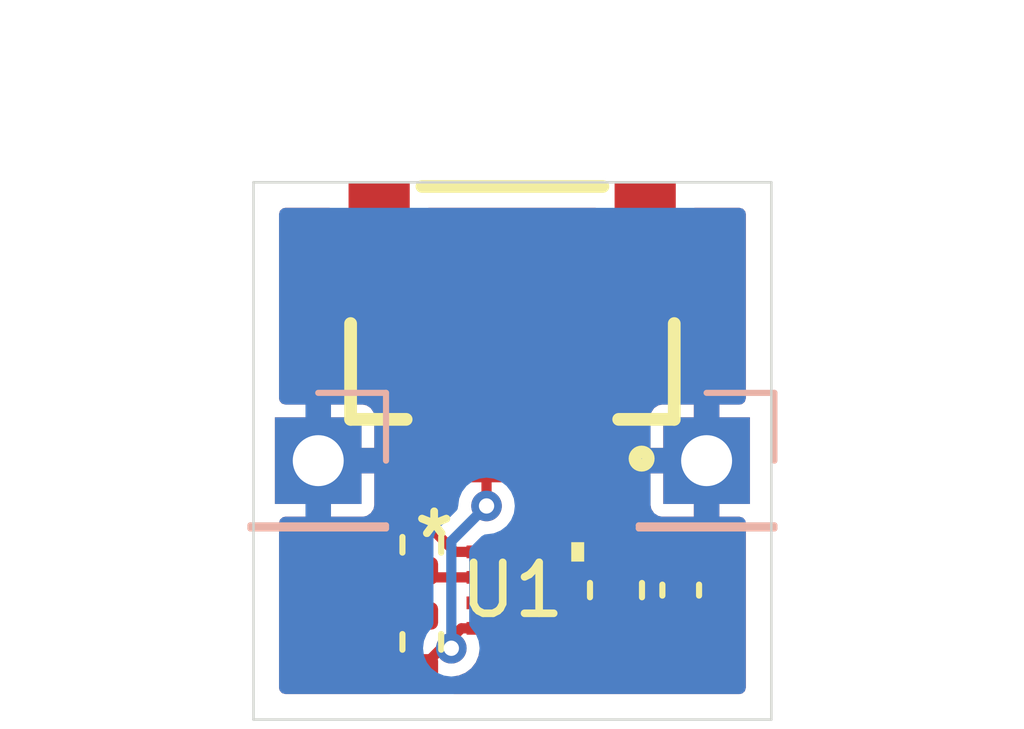
<source format=kicad_pcb>
(kicad_pcb (version 20240108) (generator "pcbnew") (generator_version "8.0")
  (layers (0 "F.Cu" signal) (31 "B.Cu" signal) (34 "B.Paste" user) (35 "F.Paste" user) (36 "B.SilkS" user "B.Silkscreen") (37 "F.SilkS" user "F.Silkscreen") (38 "B.Mask" user) (39 "F.Mask" user) (44 "Edge.Cuts" user))
  (net 0 "")
  (net 1 "VDD")
  (net 2 "GND")
  (net 3 "/SDA")
  (net 4 "/SCL")
  (footprint "Resistor_SMD:R_0402_1005Metric" (layer "F.Cu") (at 87.122 62.611 90)
    (property "Reference" "R1" (hide yes))
    (property "Value" "2.2k")
    (fp_line (start -0.153641 -0.38) (end 0.153641 -0.38) (stroke (width 0.12)) (layer "F.SilkS"))
    (fp_line (start -0.153641 0.38) (end 0.153641 0.38) (stroke (width 0.12)) (layer "F.SilkS"))
    (pad "1" smd roundrect (at -0.51 0 90) (size 0.54 0.64) (layers "F.Cu" "F.Paste" "F.Mask") (net 1 "VDD"))
    (pad "2" smd roundrect (at 0.51 0 90) (size 0.54 0.64) (layers "F.Cu" "F.Paste" "F.Mask") (net 4 "/SCL"))
  )
  (footprint "LIS2DH12TR:LGA-12_STM" (layer "F.Cu") (at 88.9 63.5)
    (property "Reference" "U1" (at 0 0 0) (layer "F.SilkS"))
    (property "Value" "LIS2DH12TR")
    (fp_poly (pts (xy 1.408001 -0.940501) (xy 1.408001 -0.559501) (xy 1.154001 -0.559501) (xy 1.154001 -0.940501)) (fill solid) (layer "F.SilkS"))
    (fp_text user "*" (at -1.535 -1 0) (layer "F.SilkS"))
    (fp_text user "*" (at -1.535 -1 0) (layer "F.SilkS"))
    (pad "1" smd rect (at -0.7625 -0.750001 90) (size 0.25 0.275) (layers "F.Cu" "F.Paste" "F.Mask") (net 4 "/SCL"))
    (pad "2" smd rect (at -0.7625 -0.25 90) (size 0.25 0.275) (layers "F.Cu" "F.Paste" "F.Mask") (net 1 "VDD"))
    (pad "3" smd rect (at -0.7625 0.25 90) (size 0.25 0.275) (layers "F.Cu" "F.Paste" "F.Mask"))
    (pad "4" smd rect (at -0.7625 0.750001 90) (size 0.25 0.275) (layers "F.Cu" "F.Paste" "F.Mask") (net 3 "/SDA"))
    (pad "5" smd rect (at -0.25 0.7625) (size 0.25 0.275) (layers "F.Cu" "F.Paste" "F.Mask") (net 2 "GND"))
    (pad "6" smd rect (at 0.25 0.7625) (size 0.25 0.275) (layers "F.Cu" "F.Paste" "F.Mask") (net 2 "GND"))
    (pad "7" smd rect (at 0.7625 0.750001 90) (size 0.25 0.275) (layers "F.Cu" "F.Paste" "F.Mask") (net 2 "GND"))
    (pad "8" smd rect (at 0.7625 0.25 90) (size 0.25 0.275) (layers "F.Cu" "F.Paste" "F.Mask") (net 2 "GND"))
    (pad "9" smd rect (at 0.7625 -0.25 90) (size 0.25 0.275) (layers "F.Cu" "F.Paste" "F.Mask") (net 1 "VDD"))
    (pad "10" smd rect (at 0.7625 -0.750001 90) (size 0.25 0.275) (layers "F.Cu" "F.Paste" "F.Mask") (net 1 "VDD"))
    (pad "11" smd rect (at 0.25 -0.7625) (size 0.25 0.275) (layers "F.Cu" "F.Paste" "F.Mask"))
    (pad "12" smd rect (at -0.25 -0.7625) (size 0.25 0.275) (layers "F.Cu" "F.Paste" "F.Mask"))
  )
  (footprint "qwiic:CONN-SMD_AFC10-S04QCA-00" (layer "F.Cu") (at 88.895 58.64 180)
    (property "Reference" "CN1" (hide yes))
    (property "Value" "AFC10-S04QCA-00")
    (fp_line (start 3.17 -1.51) (end 3.17 0.37) (stroke (width 0.25)) (layer "F.SilkS"))
    (fp_line (start 2.08 -1.51) (end 3.17 -1.51) (stroke (width 0.25)) (layer "F.SilkS"))
    (fp_line (start -1.78 3.06) (end 1.77 3.06) (stroke (width 0.25)) (layer "F.SilkS"))
    (fp_line (start -3.18 0.37) (end -3.18 -1.51) (stroke (width 0.25)) (layer "F.SilkS"))
    (fp_line (start -3.18 -1.51) (end -2.09 -1.51) (stroke (width 0.25)) (layer "F.SilkS"))
    (fp_circle (center -2.54 -2.28) (end -2.41 -2.28) (stroke (width 0.25)) (fill none) (layer "F.SilkS"))
    (pad "1" smd rect (at -1.5 -1.87 180) (size 0.7 1.75) (layers "F.Cu" "F.Paste" "F.Mask") (net 2 "GND"))
    (pad "2" smd rect (at -0.5 -1.87 180) (size 0.7 1.75) (layers "F.Cu" "F.Paste" "F.Mask") (net 1 "VDD"))
    (pad "3" smd rect (at 0.5 -1.87 180) (size 0.7 1.75) (layers "F.Cu" "F.Paste" "F.Mask") (net 3 "/SDA"))
    (pad "4" smd rect (at 1.5 -1.87 180) (size 0.7 1.75) (layers "F.Cu" "F.Paste" "F.Mask") (net 4 "/SCL"))
    (pad "5" smd rect (at -2.61 1.87 180) (size 1.2 2.55) (layers "F.Cu" "F.Paste" "F.Mask") (net 2 "GND"))
    (pad "6" smd rect (at 2.61 1.87 180) (size 1.2 2.55) (layers "F.Cu" "F.Paste" "F.Mask") (net 2 "GND"))
  )
  (footprint "Capacitor_SMD:C_0603_1608Metric" (layer "F.Cu") (at 90.932 63.5 -90)
    (property "Reference" "C1" (hide yes))
    (property "Value" "10u")
    (fp_line (start -0.14058 0.51) (end 0.14058 0.51) (stroke (width 0.12)) (layer "F.SilkS"))
    (fp_line (start -0.14058 -0.51) (end 0.14058 -0.51) (stroke (width 0.12)) (layer "F.SilkS"))
    (pad "1" smd roundrect (at -0.775 0 270) (size 0.9 0.95) (layers "F.Cu" "F.Paste" "F.Mask") (net 1 "VDD"))
    (pad "2" smd roundrect (at 0.775 0 270) (size 0.9 0.95) (layers "F.Cu" "F.Paste" "F.Mask") (net 2 "GND"))
  )
  (footprint "Resistor_SMD:R_0402_1005Metric" (layer "F.Cu") (at 87.122 64.516 -90)
    (property "Reference" "R2" (hide yes))
    (property "Value" "2.2k")
    (fp_line (start -0.153641 0.38) (end 0.153641 0.38) (stroke (width 0.12)) (layer "F.SilkS"))
    (fp_line (start -0.153641 -0.38) (end 0.153641 -0.38) (stroke (width 0.12)) (layer "F.SilkS"))
    (pad "1" smd roundrect (at -0.51 0 270) (size 0.54 0.64) (layers "F.Cu" "F.Paste" "F.Mask") (net 1 "VDD"))
    (pad "2" smd roundrect (at 0.51 0 270) (size 0.54 0.64) (layers "F.Cu" "F.Paste" "F.Mask") (net 3 "/SDA"))
  )
  (footprint "Capacitor_SMD:C_0402_1005Metric" (layer "F.Cu") (at 92.202 63.5 -90)
    (property "Reference" "C2" (hide yes))
    (property "Value" "100n")
    (fp_line (start -0.107836 0.36) (end 0.107836 0.36) (stroke (width 0.12)) (layer "F.SilkS"))
    (fp_line (start -0.107836 -0.36) (end 0.107836 -0.36) (stroke (width 0.12)) (layer "F.SilkS"))
    (pad "1" smd roundrect (at -0.48 0 270) (size 0.56 0.62) (layers "F.Cu" "F.Paste" "F.Mask") (net 1 "VDD"))
    (pad "2" smd roundrect (at 0.48 0 270) (size 0.56 0.62) (layers "F.Cu" "F.Paste" "F.Mask") (net 2 "GND"))
  )
  (footprint "Connector_PinHeader_2.54mm:PinHeader_1x01_P2.54mm_Vertical" (layer "B.Cu") (at 92.71 60.96 180)
    (property "Reference" "J2" (hide yes))
    (property "Value" "Conn_01x01_Pin")
    (fp_line (start 1.33 -1.27) (end -1.33 -1.27) (stroke (width 0.12)) (layer "B.SilkS"))
    (fp_line (start 1.33 -1.33) (end 1.33 -1.27) (stroke (width 0.12)) (layer "B.SilkS"))
    (fp_line (start 1.33 -1.33) (end -1.33 -1.33) (stroke (width 0.12)) (layer "B.SilkS"))
    (fp_line (start 0 1.33) (end -1.33 1.33) (stroke (width 0.12)) (layer "B.SilkS"))
    (fp_line (start -1.33 1.33) (end -1.33 0) (stroke (width 0.12)) (layer "B.SilkS"))
    (fp_line (start -1.33 -1.33) (end -1.33 -1.27) (stroke (width 0.12)) (layer "B.SilkS"))
    (pad "1" thru_hole rect (at 0 0 180) (size 1.7 1.7) (drill 1) (layers "*.Cu" "*.Mask") (net 2 "GND"))
  )
  (footprint "Connector_PinHeader_2.54mm:PinHeader_1x01_P2.54mm_Vertical" (layer "B.Cu") (at 85.09 60.96 180)
    (property "Reference" "J1" (hide yes))
    (property "Value" "Conn_01x01_Pin")
    (fp_line (start 1.33 -1.27) (end -1.33 -1.27) (stroke (width 0.12)) (layer "B.SilkS"))
    (fp_line (start 1.33 -1.33) (end 1.33 -1.27) (stroke (width 0.12)) (layer "B.SilkS"))
    (fp_line (start 1.33 -1.33) (end -1.33 -1.33) (stroke (width 0.12)) (layer "B.SilkS"))
    (fp_line (start 0 1.33) (end -1.33 1.33) (stroke (width 0.12)) (layer "B.SilkS"))
    (fp_line (start -1.33 1.33) (end -1.33 0) (stroke (width 0.12)) (layer "B.SilkS"))
    (fp_line (start -1.33 -1.33) (end -1.33 -1.27) (stroke (width 0.12)) (layer "B.SilkS"))
    (pad "1" thru_hole rect (at 0 0 180) (size 1.7 1.7) (drill 1) (layers "*.Cu" "*.Mask") (net 2 "GND"))
  )
  (gr_line (start 93.98 55.499) (end 83.82 55.499) (stroke (width 0.05)) (layer "Edge.Cuts"))
  (gr_line (start 83.82 55.499) (end 83.82 66.04) (stroke (width 0.05)) (layer "Edge.Cuts"))
  (gr_line (start 93.98 66.04) (end 93.98 55.499) (stroke (width 0.05)) (layer "Edge.Cuts"))
  (gr_line (start 83.82 66.04) (end 93.98 66.04) (stroke (width 0.05)) (layer "Edge.Cuts"))
  (segment (start 91.227 63.02) (end 90.932 62.725) (width 0.2) (layer "F.Cu") (net 1))
  (segment (start 88.380032 63.26) (end 89.655 63.26) (width 0.2) (layer "F.Cu") (net 1))
  (segment (start 87.251 63.25) (end 87.122 63.121) (width 0.2) (layer "F.Cu") (net 1))
  (segment (start 88.370032 63.25) (end 88.380032 63.26) (width 0.2) (layer "F.Cu") (net 1))
  (segment (start 87.122 64.006) (end 87.122 63.121) (width 0.2) (layer "F.Cu") (net 1))
  (segment (start 89.665 60.78) (end 89.395 60.51) (width 0.2) (layer "F.Cu") (net 1))
  (segment (start 90.932 62.725) (end 89.69 62.725) (width 0.2) (layer "F.Cu") (net 1))
  (segment (start 88.135 63.25) (end 87.251 63.25) (width 0.2) (layer "F.Cu") (net 1))
  (segment (start 89.665 63.25) (end 89.665 62.75) (width 0.2) (layer "F.Cu") (net 1))
  (segment (start 92.202 63.02) (end 91.227 63.02) (width 0.2) (layer "F.Cu") (net 1))
  (segment (start 89.665 62.75) (end 89.665 60.78) (width 0.2) (layer "F.Cu") (net 1))
  (segment (start 89.655 63.26) (end 89.665 63.25) (width 0.2) (layer "F.Cu") (net 1))
  (segment (start 89.69 62.725) (end 89.665 62.75) (width 0.2) (layer "F.Cu") (net 1))
  (segment (start 88.135 63.25) (end 88.370032 63.25) (width 0.2) (layer "F.Cu") (net 1))
  (segment (start 91.907 64.275) (end 92.202 63.98) (width 0.2) (layer "F.Cu") (net 2))
  (segment (start 90.407 63.75) (end 90.932 64.275) (width 0.2) (layer "F.Cu") (net 2))
  (segment (start 89.6625 63.75) (end 90.407 63.75) (width 0.2) (layer "F.Cu") (net 2))
  (segment (start 89.6625 64.250001) (end 90.907001 64.250001) (width 0.2) (layer "F.Cu") (net 2))
  (segment (start 90.932 64.275) (end 91.907 64.275) (width 0.2) (layer "F.Cu") (net 2))
  (segment (start 90.907001 64.250001) (end 90.932 64.275) (width 0.2) (layer "F.Cu") (net 2))
  (segment (start 87.898 64.25) (end 88.135 64.25) (width 0.2) (layer "F.Cu") (net 3))
  (segment (start 87.700986 64.640817) (end 87.700986 64.447014) (width 0.2) (layer "F.Cu") (net 3))
  (segment (start 87.700986 64.640817) (end 87.507183 64.640817) (width 0.2) (layer "F.Cu") (net 3))
  (segment (start 88.392 60.513) (end 88.395 60.51) (width 0.2) (layer "F.Cu") (net 3))
  (segment (start 88.392 61.849) (end 88.392 60.513) (width 0.2) (layer "F.Cu") (net 3))
  (segment (start 87.700986 64.447014) (end 87.898 64.25) (width 0.2) (layer "F.Cu") (net 3))
  (segment (start 87.507183 64.640817) (end 87.122 65.026) (width 0.2) (layer "F.Cu") (net 3))
  (via (at 87.700986 64.640817) (size 0.6) (drill 0.3) (layers "F.Cu" "B.Cu") (net 3))
  (via (at 88.392 61.849) (size 0.6) (drill 0.3) (layers "F.Cu" "B.Cu") (net 3))
  (segment (start 87.700986 62.540014) (end 88.392 61.849) (width 0.2) (layer "B.Cu") (net 3))
  (segment (start 87.700986 64.640817) (end 87.700986 62.540014) (width 0.2) (layer "B.Cu") (net 3))
  (segment (start 87.122 62.101) (end 87.122 60.783) (width 0.2) (layer "F.Cu") (net 4))
  (segment (start 88.135 62.75) (end 87.771 62.75) (width 0.2) (layer "F.Cu") (net 4))
  (segment (start 87.771 62.75) (end 87.122 62.101) (width 0.2) (layer "F.Cu") (net 4))
  (segment (start 87.122 60.783) (end 87.395 60.51) (width 0.2) (layer "F.Cu") (net 4))
  (zone (net 2) (net_name "GND") (layers "F&B.Cu") (connect_pads (clearance 0.25)) (min_thickness 0.25) (fill yes (thermal_gap 0.25) (thermal_bridge_width 0.5))
    (polygon (pts (xy 82.55 54.61) (xy 82.55 66.04) (xy 95.25 66.04) (xy 95.25 54.61)))
  )
)
</source>
